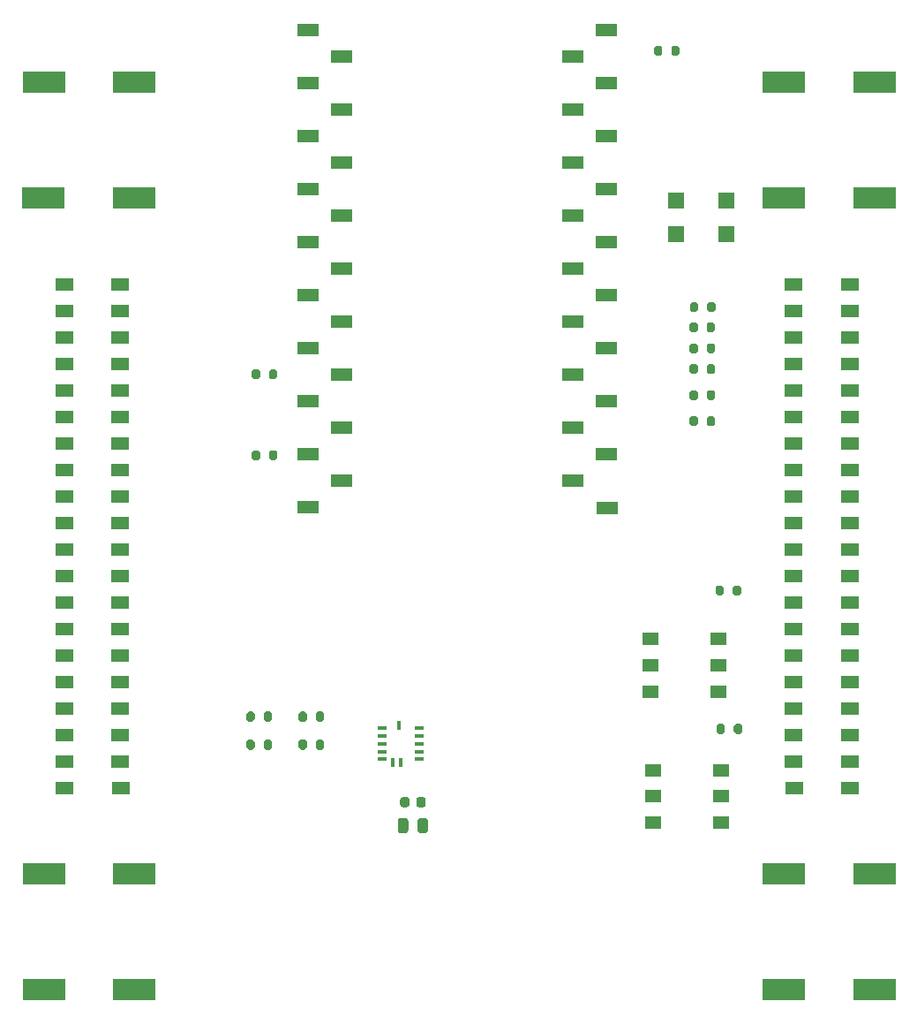
<source format=gbr>
%TF.GenerationSoftware,KiCad,Pcbnew,(5.1.9)-1*%
%TF.CreationDate,2021-12-22T11:31:27-05:00*%
%TF.ProjectId,ESP backpack,45535020-6261-4636-9b70-61636b2e6b69,rev?*%
%TF.SameCoordinates,Original*%
%TF.FileFunction,Paste,Top*%
%TF.FilePolarity,Positive*%
%FSLAX46Y46*%
G04 Gerber Fmt 4.6, Leading zero omitted, Abs format (unit mm)*
G04 Created by KiCad (PCBNEW (5.1.9)-1) date 2021-12-22 11:31:27*
%MOMM*%
%LPD*%
G01*
G04 APERTURE LIST*
%ADD10R,4.100000X2.000000*%
%ADD11R,4.099999X2.000000*%
%ADD12R,2.000000X1.200000*%
%ADD13R,2.150000X1.200000*%
%ADD14R,1.500000X1.200000*%
%ADD15R,1.500000X1.500000*%
%ADD16R,1.778000X1.270000*%
%ADD17R,0.805000X0.350000*%
%ADD18R,0.400000X0.805000*%
G04 APERTURE END LIST*
D10*
%TO.C,C10*%
X81298800Y-93421200D03*
D11*
X89998800Y-93421200D03*
%TD*%
%TO.C,C9*%
X89998800Y-82346800D03*
D10*
X81298800Y-82346800D03*
%TD*%
%TO.C,C8*%
X19031200Y-93421200D03*
D11*
X10331200Y-93421200D03*
%TD*%
D10*
%TO.C,C7*%
X19031200Y-82346800D03*
D11*
X10331200Y-82346800D03*
%TD*%
D10*
%TO.C,C6*%
X18980400Y-17627600D03*
D11*
X10280400Y-17627600D03*
%TD*%
D10*
%TO.C,C5*%
X19031200Y-6502400D03*
D11*
X10331200Y-6502400D03*
%TD*%
D10*
%TO.C,C4*%
X81298800Y-17627600D03*
D11*
X89998800Y-17627600D03*
%TD*%
D10*
%TO.C,C3*%
X81298800Y-6502400D03*
D11*
X89998800Y-6502400D03*
%TD*%
D12*
%TO.C,U1*%
X64400000Y-47300000D03*
D13*
X61100000Y-44725000D03*
X61100000Y-39645000D03*
X61100000Y-34565000D03*
X61100000Y-29485000D03*
X61100000Y-24405000D03*
X61100000Y-19325000D03*
X61100000Y-14245000D03*
X61100000Y-9165000D03*
X61100000Y-4085000D03*
X64300000Y-42175000D03*
X64300000Y-37095000D03*
X64300000Y-32015000D03*
X64300000Y-26935000D03*
X64300000Y-21855000D03*
X64300000Y-16775000D03*
X64300000Y-11695000D03*
X64300000Y-6615000D03*
X64300000Y-1535000D03*
X35700000Y-1550000D03*
X38900000Y-4075000D03*
X38900000Y-9155000D03*
X38900000Y-44715000D03*
X38900000Y-24395000D03*
X35700000Y-6625000D03*
X38900000Y-39635000D03*
X38900000Y-14235000D03*
X38900000Y-19315000D03*
X38900000Y-34555000D03*
X38900000Y-29475000D03*
X35700000Y-26945000D03*
X35700000Y-11705000D03*
X35700000Y-42185000D03*
X35700000Y-21865000D03*
X35700000Y-16785000D03*
X35700000Y-37105000D03*
X35700000Y-47265000D03*
X35700000Y-32025000D03*
%TD*%
D14*
%TO.C,S1*%
X75030400Y-59882400D03*
X75030400Y-62382400D03*
X75030400Y-64882400D03*
X68530400Y-59882400D03*
X68530400Y-62382400D03*
X68530400Y-64882400D03*
%TD*%
D15*
%TO.C,D1*%
X75856000Y-17831000D03*
X75856000Y-21031000D03*
X70956000Y-21031000D03*
X70956000Y-17831000D03*
%TD*%
D16*
%TO.C,J1*%
X12300000Y-74130000D03*
X17700000Y-74130000D03*
X12280000Y-71590000D03*
X17670000Y-71590000D03*
X12280000Y-69050000D03*
X17670000Y-69050000D03*
X12280000Y-66510000D03*
X17670000Y-66510000D03*
X12280000Y-63970000D03*
X17670000Y-63970000D03*
X12280000Y-61430000D03*
X17670000Y-61430000D03*
X12280000Y-58890000D03*
X17670000Y-58890000D03*
X12280000Y-56350000D03*
X17670000Y-56350000D03*
X12280000Y-53810000D03*
X17670000Y-53810000D03*
X12280000Y-51270000D03*
X17670000Y-51270000D03*
X12280000Y-48730000D03*
X17670000Y-48730000D03*
X12280000Y-46190000D03*
X17670000Y-46190000D03*
X12280000Y-43650000D03*
X17670000Y-43650000D03*
X12280000Y-41110000D03*
X17670000Y-41110000D03*
X12280000Y-38570000D03*
X17670000Y-38570000D03*
X12280000Y-36030000D03*
X17670000Y-36030000D03*
X12280000Y-33490000D03*
X17670000Y-33490000D03*
X12280000Y-30950000D03*
X17670000Y-30950000D03*
X12280000Y-28410000D03*
X17670000Y-28410000D03*
X12280000Y-25870000D03*
X17670000Y-25870000D03*
%TD*%
%TO.C,J2*%
X87670000Y-25870000D03*
X82280000Y-25870000D03*
X87670000Y-28410000D03*
X82280000Y-28410000D03*
X87670000Y-30950000D03*
X82280000Y-30950000D03*
X87670000Y-33490000D03*
X82280000Y-33490000D03*
X87670000Y-36030000D03*
X82280000Y-36030000D03*
X87670000Y-38570000D03*
X82280000Y-38570000D03*
X87670000Y-41110000D03*
X82280000Y-41110000D03*
X87670000Y-43650000D03*
X82280000Y-43650000D03*
X87670000Y-46190000D03*
X82280000Y-46190000D03*
X87670000Y-48730000D03*
X82280000Y-48730000D03*
X87670000Y-51270000D03*
X82280000Y-51270000D03*
X87670000Y-53810000D03*
X82280000Y-53810000D03*
X87670000Y-56350000D03*
X82280000Y-56350000D03*
X87670000Y-58890000D03*
X82280000Y-58890000D03*
X87670000Y-61430000D03*
X82280000Y-61430000D03*
X87670000Y-63970000D03*
X82280000Y-63970000D03*
X87670000Y-66510000D03*
X82280000Y-66510000D03*
X87670000Y-69050000D03*
X82280000Y-69050000D03*
X87670000Y-71590000D03*
X82280000Y-71590000D03*
X87700000Y-74130000D03*
X82300000Y-74130000D03*
%TD*%
%TO.C,C1*%
G36*
G01*
X46975000Y-75250000D02*
X46975000Y-75750000D01*
G75*
G02*
X46750000Y-75975000I-225000J0D01*
G01*
X46300000Y-75975000D01*
G75*
G02*
X46075000Y-75750000I0J225000D01*
G01*
X46075000Y-75250000D01*
G75*
G02*
X46300000Y-75025000I225000J0D01*
G01*
X46750000Y-75025000D01*
G75*
G02*
X46975000Y-75250000I0J-225000D01*
G01*
G37*
G36*
G01*
X45425000Y-75250000D02*
X45425000Y-75750000D01*
G75*
G02*
X45200000Y-75975000I-225000J0D01*
G01*
X44750000Y-75975000D01*
G75*
G02*
X44525000Y-75750000I0J225000D01*
G01*
X44525000Y-75250000D01*
G75*
G02*
X44750000Y-75025000I225000J0D01*
G01*
X45200000Y-75025000D01*
G75*
G02*
X45425000Y-75250000I0J-225000D01*
G01*
G37*
%TD*%
%TO.C,C2*%
G36*
G01*
X47200000Y-77275000D02*
X47200000Y-78225000D01*
G75*
G02*
X46950000Y-78475000I-250000J0D01*
G01*
X46450000Y-78475000D01*
G75*
G02*
X46200000Y-78225000I0J250000D01*
G01*
X46200000Y-77275000D01*
G75*
G02*
X46450000Y-77025000I250000J0D01*
G01*
X46950000Y-77025000D01*
G75*
G02*
X47200000Y-77275000I0J-250000D01*
G01*
G37*
G36*
G01*
X45300000Y-77275000D02*
X45300000Y-78225000D01*
G75*
G02*
X45050000Y-78475000I-250000J0D01*
G01*
X44550000Y-78475000D01*
G75*
G02*
X44300000Y-78225000I0J250000D01*
G01*
X44300000Y-77275000D01*
G75*
G02*
X44550000Y-77025000I250000J0D01*
G01*
X45050000Y-77025000D01*
G75*
G02*
X45300000Y-77275000I0J-250000D01*
G01*
G37*
%TD*%
%TO.C,ExtPower1*%
G36*
G01*
X69675000Y-3225000D02*
X69675000Y-3775000D01*
G75*
G02*
X69475000Y-3975000I-200000J0D01*
G01*
X69075000Y-3975000D01*
G75*
G02*
X68875000Y-3775000I0J200000D01*
G01*
X68875000Y-3225000D01*
G75*
G02*
X69075000Y-3025000I200000J0D01*
G01*
X69475000Y-3025000D01*
G75*
G02*
X69675000Y-3225000I0J-200000D01*
G01*
G37*
G36*
G01*
X71325000Y-3225000D02*
X71325000Y-3775000D01*
G75*
G02*
X71125000Y-3975000I-200000J0D01*
G01*
X70725000Y-3975000D01*
G75*
G02*
X70525000Y-3775000I0J200000D01*
G01*
X70525000Y-3225000D01*
G75*
G02*
X70725000Y-3025000I200000J0D01*
G01*
X71125000Y-3025000D01*
G75*
G02*
X71325000Y-3225000I0J-200000D01*
G01*
G37*
%TD*%
%TO.C,R2*%
G36*
G01*
X32725000Y-41975000D02*
X32725000Y-42525000D01*
G75*
G02*
X32525000Y-42725000I-200000J0D01*
G01*
X32125000Y-42725000D01*
G75*
G02*
X31925000Y-42525000I0J200000D01*
G01*
X31925000Y-41975000D01*
G75*
G02*
X32125000Y-41775000I200000J0D01*
G01*
X32525000Y-41775000D01*
G75*
G02*
X32725000Y-41975000I0J-200000D01*
G01*
G37*
G36*
G01*
X31075000Y-41975000D02*
X31075000Y-42525000D01*
G75*
G02*
X30875000Y-42725000I-200000J0D01*
G01*
X30475000Y-42725000D01*
G75*
G02*
X30275000Y-42525000I0J200000D01*
G01*
X30275000Y-41975000D01*
G75*
G02*
X30475000Y-41775000I200000J0D01*
G01*
X30875000Y-41775000D01*
G75*
G02*
X31075000Y-41975000I0J-200000D01*
G01*
G37*
%TD*%
%TO.C,R7*%
G36*
G01*
X72275000Y-39275000D02*
X72275000Y-38725000D01*
G75*
G02*
X72475000Y-38525000I200000J0D01*
G01*
X72875000Y-38525000D01*
G75*
G02*
X73075000Y-38725000I0J-200000D01*
G01*
X73075000Y-39275000D01*
G75*
G02*
X72875000Y-39475000I-200000J0D01*
G01*
X72475000Y-39475000D01*
G75*
G02*
X72275000Y-39275000I0J200000D01*
G01*
G37*
G36*
G01*
X73925000Y-39275000D02*
X73925000Y-38725000D01*
G75*
G02*
X74125000Y-38525000I200000J0D01*
G01*
X74525000Y-38525000D01*
G75*
G02*
X74725000Y-38725000I0J-200000D01*
G01*
X74725000Y-39275000D01*
G75*
G02*
X74525000Y-39475000I-200000J0D01*
G01*
X74125000Y-39475000D01*
G75*
G02*
X73925000Y-39275000I0J200000D01*
G01*
G37*
%TD*%
%TO.C,R6*%
G36*
G01*
X73925000Y-36775000D02*
X73925000Y-36225000D01*
G75*
G02*
X74125000Y-36025000I200000J0D01*
G01*
X74525000Y-36025000D01*
G75*
G02*
X74725000Y-36225000I0J-200000D01*
G01*
X74725000Y-36775000D01*
G75*
G02*
X74525000Y-36975000I-200000J0D01*
G01*
X74125000Y-36975000D01*
G75*
G02*
X73925000Y-36775000I0J200000D01*
G01*
G37*
G36*
G01*
X72275000Y-36775000D02*
X72275000Y-36225000D01*
G75*
G02*
X72475000Y-36025000I200000J0D01*
G01*
X72875000Y-36025000D01*
G75*
G02*
X73075000Y-36225000I0J-200000D01*
G01*
X73075000Y-36775000D01*
G75*
G02*
X72875000Y-36975000I-200000J0D01*
G01*
X72475000Y-36975000D01*
G75*
G02*
X72275000Y-36775000I0J200000D01*
G01*
G37*
%TD*%
%TO.C,R1*%
G36*
G01*
X31075000Y-34225000D02*
X31075000Y-34775000D01*
G75*
G02*
X30875000Y-34975000I-200000J0D01*
G01*
X30475000Y-34975000D01*
G75*
G02*
X30275000Y-34775000I0J200000D01*
G01*
X30275000Y-34225000D01*
G75*
G02*
X30475000Y-34025000I200000J0D01*
G01*
X30875000Y-34025000D01*
G75*
G02*
X31075000Y-34225000I0J-200000D01*
G01*
G37*
G36*
G01*
X32725000Y-34225000D02*
X32725000Y-34775000D01*
G75*
G02*
X32525000Y-34975000I-200000J0D01*
G01*
X32125000Y-34975000D01*
G75*
G02*
X31925000Y-34775000I0J200000D01*
G01*
X31925000Y-34225000D01*
G75*
G02*
X32125000Y-34025000I200000J0D01*
G01*
X32525000Y-34025000D01*
G75*
G02*
X32725000Y-34225000I0J-200000D01*
G01*
G37*
%TD*%
%TO.C,R5*%
G36*
G01*
X73925000Y-34275000D02*
X73925000Y-33725000D01*
G75*
G02*
X74125000Y-33525000I200000J0D01*
G01*
X74525000Y-33525000D01*
G75*
G02*
X74725000Y-33725000I0J-200000D01*
G01*
X74725000Y-34275000D01*
G75*
G02*
X74525000Y-34475000I-200000J0D01*
G01*
X74125000Y-34475000D01*
G75*
G02*
X73925000Y-34275000I0J200000D01*
G01*
G37*
G36*
G01*
X72275000Y-34275000D02*
X72275000Y-33725000D01*
G75*
G02*
X72475000Y-33525000I200000J0D01*
G01*
X72875000Y-33525000D01*
G75*
G02*
X73075000Y-33725000I0J-200000D01*
G01*
X73075000Y-34275000D01*
G75*
G02*
X72875000Y-34475000I-200000J0D01*
G01*
X72475000Y-34475000D01*
G75*
G02*
X72275000Y-34275000I0J200000D01*
G01*
G37*
%TD*%
%TO.C,R4*%
G36*
G01*
X72275000Y-32275000D02*
X72275000Y-31725000D01*
G75*
G02*
X72475000Y-31525000I200000J0D01*
G01*
X72875000Y-31525000D01*
G75*
G02*
X73075000Y-31725000I0J-200000D01*
G01*
X73075000Y-32275000D01*
G75*
G02*
X72875000Y-32475000I-200000J0D01*
G01*
X72475000Y-32475000D01*
G75*
G02*
X72275000Y-32275000I0J200000D01*
G01*
G37*
G36*
G01*
X73925000Y-32275000D02*
X73925000Y-31725000D01*
G75*
G02*
X74125000Y-31525000I200000J0D01*
G01*
X74525000Y-31525000D01*
G75*
G02*
X74725000Y-31725000I0J-200000D01*
G01*
X74725000Y-32275000D01*
G75*
G02*
X74525000Y-32475000I-200000J0D01*
G01*
X74125000Y-32475000D01*
G75*
G02*
X73925000Y-32275000I0J200000D01*
G01*
G37*
%TD*%
%TO.C,R3*%
G36*
G01*
X72275000Y-30275000D02*
X72275000Y-29725000D01*
G75*
G02*
X72475000Y-29525000I200000J0D01*
G01*
X72875000Y-29525000D01*
G75*
G02*
X73075000Y-29725000I0J-200000D01*
G01*
X73075000Y-30275000D01*
G75*
G02*
X72875000Y-30475000I-200000J0D01*
G01*
X72475000Y-30475000D01*
G75*
G02*
X72275000Y-30275000I0J200000D01*
G01*
G37*
G36*
G01*
X73925000Y-30275000D02*
X73925000Y-29725000D01*
G75*
G02*
X74125000Y-29525000I200000J0D01*
G01*
X74525000Y-29525000D01*
G75*
G02*
X74725000Y-29725000I0J-200000D01*
G01*
X74725000Y-30275000D01*
G75*
G02*
X74525000Y-30475000I-200000J0D01*
G01*
X74125000Y-30475000D01*
G75*
G02*
X73925000Y-30275000I0J200000D01*
G01*
G37*
%TD*%
%TO.C,SCL1*%
G36*
G01*
X36425000Y-67575000D02*
X36425000Y-67025000D01*
G75*
G02*
X36625000Y-66825000I200000J0D01*
G01*
X37025000Y-66825000D01*
G75*
G02*
X37225000Y-67025000I0J-200000D01*
G01*
X37225000Y-67575000D01*
G75*
G02*
X37025000Y-67775000I-200000J0D01*
G01*
X36625000Y-67775000D01*
G75*
G02*
X36425000Y-67575000I0J200000D01*
G01*
G37*
G36*
G01*
X34775000Y-67575000D02*
X34775000Y-67025000D01*
G75*
G02*
X34975000Y-66825000I200000J0D01*
G01*
X35375000Y-66825000D01*
G75*
G02*
X35575000Y-67025000I0J-200000D01*
G01*
X35575000Y-67575000D01*
G75*
G02*
X35375000Y-67775000I-200000J0D01*
G01*
X34975000Y-67775000D01*
G75*
G02*
X34775000Y-67575000I0J200000D01*
G01*
G37*
%TD*%
%TO.C,SCL_EXT1*%
G36*
G01*
X31425000Y-67575000D02*
X31425000Y-67025000D01*
G75*
G02*
X31625000Y-66825000I200000J0D01*
G01*
X32025000Y-66825000D01*
G75*
G02*
X32225000Y-67025000I0J-200000D01*
G01*
X32225000Y-67575000D01*
G75*
G02*
X32025000Y-67775000I-200000J0D01*
G01*
X31625000Y-67775000D01*
G75*
G02*
X31425000Y-67575000I0J200000D01*
G01*
G37*
G36*
G01*
X29775000Y-67575000D02*
X29775000Y-67025000D01*
G75*
G02*
X29975000Y-66825000I200000J0D01*
G01*
X30375000Y-66825000D01*
G75*
G02*
X30575000Y-67025000I0J-200000D01*
G01*
X30575000Y-67575000D01*
G75*
G02*
X30375000Y-67775000I-200000J0D01*
G01*
X29975000Y-67775000D01*
G75*
G02*
X29775000Y-67575000I0J200000D01*
G01*
G37*
%TD*%
%TO.C,SDA1*%
G36*
G01*
X34775000Y-70275000D02*
X34775000Y-69725000D01*
G75*
G02*
X34975000Y-69525000I200000J0D01*
G01*
X35375000Y-69525000D01*
G75*
G02*
X35575000Y-69725000I0J-200000D01*
G01*
X35575000Y-70275000D01*
G75*
G02*
X35375000Y-70475000I-200000J0D01*
G01*
X34975000Y-70475000D01*
G75*
G02*
X34775000Y-70275000I0J200000D01*
G01*
G37*
G36*
G01*
X36425000Y-70275000D02*
X36425000Y-69725000D01*
G75*
G02*
X36625000Y-69525000I200000J0D01*
G01*
X37025000Y-69525000D01*
G75*
G02*
X37225000Y-69725000I0J-200000D01*
G01*
X37225000Y-70275000D01*
G75*
G02*
X37025000Y-70475000I-200000J0D01*
G01*
X36625000Y-70475000D01*
G75*
G02*
X36425000Y-70275000I0J200000D01*
G01*
G37*
%TD*%
%TO.C,SDA_EXT1*%
G36*
G01*
X29775000Y-70275000D02*
X29775000Y-69725000D01*
G75*
G02*
X29975000Y-69525000I200000J0D01*
G01*
X30375000Y-69525000D01*
G75*
G02*
X30575000Y-69725000I0J-200000D01*
G01*
X30575000Y-70275000D01*
G75*
G02*
X30375000Y-70475000I-200000J0D01*
G01*
X29975000Y-70475000D01*
G75*
G02*
X29775000Y-70275000I0J200000D01*
G01*
G37*
G36*
G01*
X31425000Y-70275000D02*
X31425000Y-69725000D01*
G75*
G02*
X31625000Y-69525000I200000J0D01*
G01*
X32025000Y-69525000D01*
G75*
G02*
X32225000Y-69725000I0J-200000D01*
G01*
X32225000Y-70275000D01*
G75*
G02*
X32025000Y-70475000I-200000J0D01*
G01*
X31625000Y-70475000D01*
G75*
G02*
X31425000Y-70275000I0J200000D01*
G01*
G37*
%TD*%
D17*
%TO.C,U2*%
X42832500Y-68400000D03*
X42832500Y-69900000D03*
X42832500Y-69150000D03*
X42832500Y-70650000D03*
X42832500Y-71400000D03*
X46372500Y-68400000D03*
X46372500Y-69150000D03*
X46372500Y-69900000D03*
X46372500Y-70650000D03*
X46372500Y-71400000D03*
D18*
X44425000Y-68127500D03*
X44600000Y-71672500D03*
X43800000Y-71672500D03*
%TD*%
%TO.C,R8*%
G36*
G01*
X74771800Y-55494600D02*
X74771800Y-54944600D01*
G75*
G02*
X74971800Y-54744600I200000J0D01*
G01*
X75371800Y-54744600D01*
G75*
G02*
X75571800Y-54944600I0J-200000D01*
G01*
X75571800Y-55494600D01*
G75*
G02*
X75371800Y-55694600I-200000J0D01*
G01*
X74971800Y-55694600D01*
G75*
G02*
X74771800Y-55494600I0J200000D01*
G01*
G37*
G36*
G01*
X76421800Y-55494600D02*
X76421800Y-54944600D01*
G75*
G02*
X76621800Y-54744600I200000J0D01*
G01*
X77021800Y-54744600D01*
G75*
G02*
X77221800Y-54944600I0J-200000D01*
G01*
X77221800Y-55494600D01*
G75*
G02*
X77021800Y-55694600I-200000J0D01*
G01*
X76621800Y-55694600D01*
G75*
G02*
X76421800Y-55494600I0J200000D01*
G01*
G37*
%TD*%
%TO.C,R9*%
G36*
G01*
X76523400Y-68753400D02*
X76523400Y-68203400D01*
G75*
G02*
X76723400Y-68003400I200000J0D01*
G01*
X77123400Y-68003400D01*
G75*
G02*
X77323400Y-68203400I0J-200000D01*
G01*
X77323400Y-68753400D01*
G75*
G02*
X77123400Y-68953400I-200000J0D01*
G01*
X76723400Y-68953400D01*
G75*
G02*
X76523400Y-68753400I0J200000D01*
G01*
G37*
G36*
G01*
X74873400Y-68753400D02*
X74873400Y-68203400D01*
G75*
G02*
X75073400Y-68003400I200000J0D01*
G01*
X75473400Y-68003400D01*
G75*
G02*
X75673400Y-68203400I0J-200000D01*
G01*
X75673400Y-68753400D01*
G75*
G02*
X75473400Y-68953400I-200000J0D01*
G01*
X75073400Y-68953400D01*
G75*
G02*
X74873400Y-68753400I0J200000D01*
G01*
G37*
%TD*%
%TO.C,R10*%
G36*
G01*
X72308000Y-28342000D02*
X72308000Y-27792000D01*
G75*
G02*
X72508000Y-27592000I200000J0D01*
G01*
X72908000Y-27592000D01*
G75*
G02*
X73108000Y-27792000I0J-200000D01*
G01*
X73108000Y-28342000D01*
G75*
G02*
X72908000Y-28542000I-200000J0D01*
G01*
X72508000Y-28542000D01*
G75*
G02*
X72308000Y-28342000I0J200000D01*
G01*
G37*
G36*
G01*
X73958000Y-28342000D02*
X73958000Y-27792000D01*
G75*
G02*
X74158000Y-27592000I200000J0D01*
G01*
X74558000Y-27592000D01*
G75*
G02*
X74758000Y-27792000I0J-200000D01*
G01*
X74758000Y-28342000D01*
G75*
G02*
X74558000Y-28542000I-200000J0D01*
G01*
X74158000Y-28542000D01*
G75*
G02*
X73958000Y-28342000I0J200000D01*
G01*
G37*
%TD*%
D14*
%TO.C,S2*%
X75284400Y-72455400D03*
X75284400Y-74955400D03*
X75284400Y-77455400D03*
X68784400Y-72455400D03*
X68784400Y-74955400D03*
X68784400Y-77455400D03*
%TD*%
M02*

</source>
